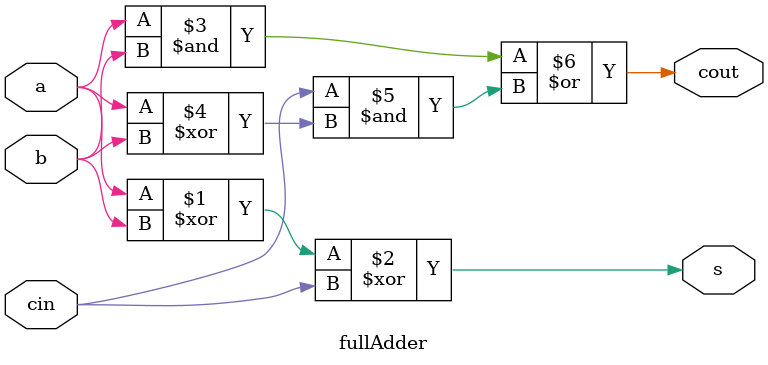
<source format=v>
module ALU(SW, KEY, LEDR, HEX0, HEX2, HEX4, HEX5);
	input [7:0] SW;
	input [2:0] KEY;
	output [6:0] HEX0;
	output [6:0] HEX2;
	output [6:0] HEX4;
	output [6:0] HEX5;
	output [7:0] LEDR;

	wire [4:0] addAToB;
	fourBitAdder FA1(.SW({1'b0, SW[7:4], SW[3:0]}), .LEDR(addAToB[4:0]));

	wire [4:0] addOneToA;
	fourBitAdder FA2(.SW({1'b0, SW[7:4], 4'b0001}), .LEDR(addOneToA[4:0]));

	reg [7:0] ALUout;
	always @(*)
	begin
		case (KEY[2:0])
			3'b000: ALUout[7:0] = {3'b000, addOneToA[4:0]};
			3'b001: ALUout[7:0] = {3'b000, addAToB[4:0]};
			3'b010: ALUout[7:0] = {3'b000, SW[7:4] + SW[3:0]};
			3'b011: ALUout[7:0] = {SW[7:4] | SW[3:0] ? 4'b0001 : 4'b0000, 
				SW[7:4] ^ SW[3:0] ? 4'b0001 : 4'b0000};
			3'b100: ALUout[7:0] = {7'b0000000, (|SW[7:0])};
			3'b101: ALUout[7:0] = SW[7:0];
			default: ALUout[7:0] = 8'b0000_0000;
		endcase
	end
	
	assign LEDR[7:0] = ALUout[7:0];
	hexDecoder hex0(.SW(SW[3:0]), .HEX(HEX0[6:0]));    //B
	hexDecoder hex2(.SW(SW[7:4]), .HEX(HEX2[6:0]));    //A

	hexDecoder hex4(.SW(ALUout[3:0]), .HEX(HEX4[6:0]));    //ALUout[3:0]
	hexDecoder hex5(.SW(ALUout[7:4]), .HEX(HEX5[6:0]));    //ALUout[7:4]
endmodule

module hexDecoder (SW, HEX);
	input [3:0] SW;
	reg [6:0] result;
	output [6:0] HEX;
	always @(*)
	begin
		case (SW[3:0])
			4'b0000: result[6:0] = 7'b1000000;
			4'b0001: result[6:0] = 7'b1111001;
			4'b0010: result[6:0] = 7'b0100100;
			4'b0011: result[6:0] = 7'b0110000;
			4'b0100: result[6:0] = 7'b0011001;
			4'b0101: result[6:0] = 7'b0010010;
			4'b0110: result[6:0] = 7'b0000010;
			4'b0111: result[6:0] = 7'b1111000;
			4'b1000: result[6:0] = 7'b0000000;
			4'b1001: result[6:0] = 7'b0010000;
			4'b1010: result[6:0] = 7'b0001000;
			4'b1011: result[6:0] = 7'b0000011;
			4'b1100: result[6:0] = 7'b1000110;
			4'b1101: result[6:0] = 7'b0100001;
			4'b1110: result[6:0] = 7'b0000110;
			4'b1111: result[6:0] = 7'b0001110;
			default: result[6:0] = 7'b1000000;
		endcase
	end
	assign HEX[6:0] = result[6:0];
endmodule

module fourBitAdder(SW, LEDR);
	input [8:0] SW;    
	output [4:0] LEDR; 
	wire [2:0] cable;

	fullAdder FA1(
		.a(SW[4]), 
		.b(SW[0]), 
		.cin(SW[8]), 
		.s(LEDR[0]),
		.cout(cable[0])
	);

	fullAdder FA2(
		.a(SW[5]), 
		.b(SW[1]), 
		.cin(cable[0]), 
		.s(LEDR[1]), 
		.cout(cable[1])
	);

	fullAdder FA3(
		.a(SW[6]), 
		.b(SW[2]), 
		.cin(cable[1]), 
		.s(LEDR[2]), 
		.cout(cable[2])
	);

	fullAdder FA4(
		.a(SW[7]), 
		.b(SW[3]), 
		.cin(cable[2]), 
		.s(LEDR[3]), 
		.cout(LEDR[4])
	);
endmodule

module fullAdder(a, b, cin, s, cout);
	input a;
	input b;
	input cin;
	output s;
	output cout;
	
	assign s = a^b^cin;
	assign cout = (a & b) | (cin & (a^b));

endmodule

</source>
